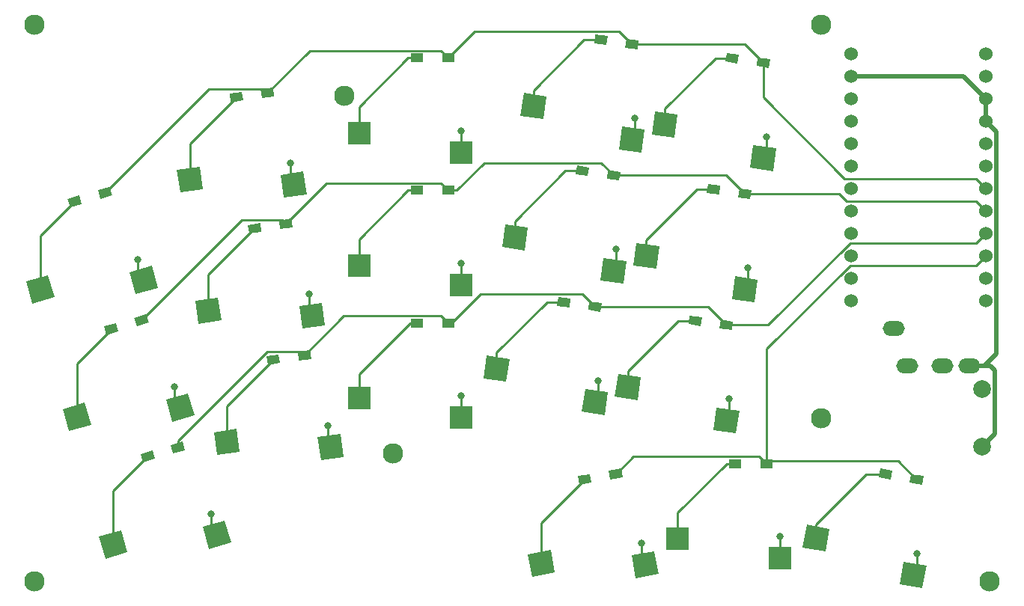
<source format=gbr>
G04 #@! TF.GenerationSoftware,KiCad,Pcbnew,(5.1.9)-1*
G04 #@! TF.CreationDate,2021-03-06T20:59:11-05:00*
G04 #@! TF.ProjectId,ya36,79613336-2e6b-4696-9361-645f70636258,rev?*
G04 #@! TF.SameCoordinates,Original*
G04 #@! TF.FileFunction,Copper,L2,Bot*
G04 #@! TF.FilePolarity,Positive*
%FSLAX46Y46*%
G04 Gerber Fmt 4.6, Leading zero omitted, Abs format (unit mm)*
G04 Created by KiCad (PCBNEW (5.1.9)-1) date 2021-03-06 20:59:11*
%MOMM*%
%LPD*%
G01*
G04 APERTURE LIST*
G04 #@! TA.AperFunction,SMDPad,CuDef*
%ADD10C,0.100000*%
G04 #@! TD*
G04 #@! TA.AperFunction,SMDPad,CuDef*
%ADD11R,2.600000X2.600000*%
G04 #@! TD*
G04 #@! TA.AperFunction,ComponentPad*
%ADD12C,0.800000*%
G04 #@! TD*
G04 #@! TA.AperFunction,SMDPad,CuDef*
%ADD13R,1.400000X1.000000*%
G04 #@! TD*
G04 #@! TA.AperFunction,ComponentPad*
%ADD14C,2.300000*%
G04 #@! TD*
G04 #@! TA.AperFunction,ComponentPad*
%ADD15C,1.524000*%
G04 #@! TD*
G04 #@! TA.AperFunction,ComponentPad*
%ADD16O,2.500000X1.700000*%
G04 #@! TD*
G04 #@! TA.AperFunction,ComponentPad*
%ADD17C,2.000000*%
G04 #@! TD*
G04 #@! TA.AperFunction,Conductor*
%ADD18C,0.250000*%
G04 #@! TD*
G04 #@! TA.AperFunction,Conductor*
%ADD19C,0.500000*%
G04 #@! TD*
G04 APERTURE END LIST*
G04 #@! TA.AperFunction,SMDPad,CuDef*
D10*
G36*
X102636929Y-83005502D02*
G01*
X102497756Y-83995770D01*
X101111381Y-83800928D01*
X101250554Y-82810660D01*
X102636929Y-83005502D01*
G37*
G04 #@! TD.AperFunction*
G04 #@! TA.AperFunction,SMDPad,CuDef*
G36*
X106152381Y-83499566D02*
G01*
X106013208Y-84489834D01*
X104626833Y-84294992D01*
X104766006Y-83304724D01*
X106152381Y-83499566D01*
G37*
G04 #@! TD.AperFunction*
D11*
X78725000Y-94250000D03*
X90275000Y-96450000D03*
D12*
X90275000Y-94000000D03*
G04 #@! TA.AperFunction,SMDPad,CuDef*
D10*
G36*
X119578547Y-70239077D02*
G01*
X119439374Y-71229345D01*
X118052999Y-71034503D01*
X118192172Y-70044235D01*
X119578547Y-70239077D01*
G37*
G04 #@! TD.AperFunction*
G04 #@! TA.AperFunction,SMDPad,CuDef*
G36*
X123093999Y-70733141D02*
G01*
X122954826Y-71723409D01*
X121568451Y-71528567D01*
X121707624Y-70538299D01*
X123093999Y-70733141D01*
G37*
G04 #@! TD.AperFunction*
D12*
X75144119Y-97364167D03*
G04 #@! TA.AperFunction,SMDPad,CuDef*
D10*
G36*
X74378670Y-101258598D02*
G01*
X74016819Y-98683901D01*
X76591516Y-98322050D01*
X76953367Y-100896747D01*
X74378670Y-101258598D01*
G37*
G04 #@! TD.AperFunction*
G04 #@! TA.AperFunction,SMDPad,CuDef*
G36*
X62634893Y-100687458D02*
G01*
X62273042Y-98112761D01*
X64847739Y-97750910D01*
X65209590Y-100325607D01*
X62634893Y-100687458D01*
G37*
G04 #@! TD.AperFunction*
D13*
X85225000Y-70750000D03*
X88775000Y-70750000D03*
D14*
X42000000Y-115000000D03*
D13*
X85225000Y-55750000D03*
X88775000Y-55750000D03*
D14*
X131000000Y-52000000D03*
G04 #@! TA.AperFunction,SMDPad,CuDef*
D10*
G36*
X55348446Y-100168610D02*
G01*
X55624083Y-101129872D01*
X54278316Y-101515764D01*
X54002679Y-100554502D01*
X55348446Y-100168610D01*
G37*
G04 #@! TD.AperFunction*
G04 #@! TA.AperFunction,SMDPad,CuDef*
G36*
X58760926Y-99190098D02*
G01*
X59036563Y-100151360D01*
X57690796Y-100537252D01*
X57415159Y-99575990D01*
X58760926Y-99190098D01*
G37*
G04 #@! TD.AperFunction*
G04 #@! TA.AperFunction,SMDPad,CuDef*
G36*
X139041404Y-102471816D02*
G01*
X138867755Y-103456624D01*
X137489024Y-103213516D01*
X137662673Y-102228708D01*
X139041404Y-102471816D01*
G37*
G04 #@! TD.AperFunction*
G04 #@! TA.AperFunction,SMDPad,CuDef*
G36*
X142537472Y-103088268D02*
G01*
X142363823Y-104073076D01*
X140985092Y-103829968D01*
X141158741Y-102845160D01*
X142537472Y-103088268D01*
G37*
G04 #@! TD.AperFunction*
G04 #@! TA.AperFunction,SMDPad,CuDef*
G36*
X104724526Y-68151482D02*
G01*
X104585353Y-69141750D01*
X103198978Y-68946908D01*
X103338151Y-67956640D01*
X104724526Y-68151482D01*
G37*
G04 #@! TD.AperFunction*
G04 #@! TA.AperFunction,SMDPad,CuDef*
G36*
X108239978Y-68645546D02*
G01*
X108100805Y-69635814D01*
X106714430Y-69440972D01*
X106853603Y-68450704D01*
X108239978Y-68645546D01*
G37*
G04 #@! TD.AperFunction*
G04 #@! TA.AperFunction,SMDPad,CuDef*
G36*
X67531090Y-74450702D02*
G01*
X67670263Y-75440970D01*
X66283888Y-75635812D01*
X66144715Y-74645544D01*
X67531090Y-74450702D01*
G37*
G04 #@! TD.AperFunction*
G04 #@! TA.AperFunction,SMDPad,CuDef*
G36*
X71046542Y-73956638D02*
G01*
X71185715Y-74946906D01*
X69799340Y-75141748D01*
X69660167Y-74151480D01*
X71046542Y-73956638D01*
G37*
G04 #@! TD.AperFunction*
D14*
X150000000Y-115000000D03*
D13*
X121225000Y-101662426D03*
X124775000Y-101662426D03*
D14*
X131000000Y-96500000D03*
G04 #@! TA.AperFunction,SMDPad,CuDef*
D10*
G36*
X69618687Y-89304724D02*
G01*
X69757860Y-90294992D01*
X68371485Y-90489834D01*
X68232312Y-89499566D01*
X69618687Y-89304724D01*
G37*
G04 #@! TD.AperFunction*
G04 #@! TA.AperFunction,SMDPad,CuDef*
G36*
X73134139Y-88810660D02*
G01*
X73273312Y-89800928D01*
X71886937Y-89995770D01*
X71747764Y-89005502D01*
X73134139Y-88810660D01*
G37*
G04 #@! TD.AperFunction*
G04 #@! TA.AperFunction,SMDPad,CuDef*
G36*
X104841259Y-102845160D02*
G01*
X105014908Y-103829968D01*
X103636177Y-104073076D01*
X103462528Y-103088268D01*
X104841259Y-102845160D01*
G37*
G04 #@! TD.AperFunction*
G04 #@! TA.AperFunction,SMDPad,CuDef*
G36*
X108337327Y-102228708D02*
G01*
X108510976Y-103213516D01*
X107132245Y-103456624D01*
X106958596Y-102471816D01*
X108337327Y-102228708D01*
G37*
G04 #@! TD.AperFunction*
D13*
X85225000Y-85750000D03*
X88775000Y-85750000D03*
G04 #@! TA.AperFunction,SMDPad,CuDef*
D10*
G36*
X117490950Y-85093098D02*
G01*
X117351777Y-86083366D01*
X115965402Y-85888524D01*
X116104575Y-84898256D01*
X117490950Y-85093098D01*
G37*
G04 #@! TD.AperFunction*
G04 #@! TA.AperFunction,SMDPad,CuDef*
G36*
X121006402Y-85587162D02*
G01*
X120867229Y-86577430D01*
X119480854Y-86382588D01*
X119620027Y-85392320D01*
X121006402Y-85587162D01*
G37*
G04 #@! TD.AperFunction*
G04 #@! TA.AperFunction,SMDPad,CuDef*
G36*
X121666143Y-55385057D02*
G01*
X121526970Y-56375325D01*
X120140595Y-56180483D01*
X120279768Y-55190215D01*
X121666143Y-55385057D01*
G37*
G04 #@! TD.AperFunction*
G04 #@! TA.AperFunction,SMDPad,CuDef*
G36*
X125181595Y-55879121D02*
G01*
X125042422Y-56869389D01*
X123656047Y-56674547D01*
X123795220Y-55684279D01*
X125181595Y-55879121D01*
G37*
G04 #@! TD.AperFunction*
G04 #@! TA.AperFunction,SMDPad,CuDef*
G36*
X47079325Y-71330759D02*
G01*
X47354962Y-72292021D01*
X46009195Y-72677913D01*
X45733558Y-71716651D01*
X47079325Y-71330759D01*
G37*
G04 #@! TD.AperFunction*
G04 #@! TA.AperFunction,SMDPad,CuDef*
G36*
X50491805Y-70352247D02*
G01*
X50767442Y-71313509D01*
X49421675Y-71699401D01*
X49146038Y-70738139D01*
X50491805Y-70352247D01*
G37*
G04 #@! TD.AperFunction*
D14*
X42000000Y-52000000D03*
G04 #@! TA.AperFunction,SMDPad,CuDef*
D10*
G36*
X51213886Y-85749684D02*
G01*
X51489523Y-86710946D01*
X50143756Y-87096838D01*
X49868119Y-86135576D01*
X51213886Y-85749684D01*
G37*
G04 #@! TD.AperFunction*
G04 #@! TA.AperFunction,SMDPad,CuDef*
G36*
X54626366Y-84771172D02*
G01*
X54902003Y-85732434D01*
X53556236Y-86118326D01*
X53280599Y-85157064D01*
X54626366Y-84771172D01*
G37*
G04 #@! TD.AperFunction*
G04 #@! TA.AperFunction,SMDPad,CuDef*
G36*
X65443494Y-59596682D02*
G01*
X65582667Y-60586950D01*
X64196292Y-60781792D01*
X64057119Y-59791524D01*
X65443494Y-59596682D01*
G37*
G04 #@! TD.AperFunction*
G04 #@! TA.AperFunction,SMDPad,CuDef*
G36*
X68958946Y-59102618D02*
G01*
X69098119Y-60092886D01*
X67711744Y-60287728D01*
X67572571Y-59297460D01*
X68958946Y-59102618D01*
G37*
G04 #@! TD.AperFunction*
G04 #@! TA.AperFunction,SMDPad,CuDef*
G36*
X92786168Y-92022292D02*
G01*
X93148019Y-89447595D01*
X95722716Y-89809446D01*
X95360865Y-92384143D01*
X92786168Y-92022292D01*
G37*
G04 #@! TD.AperFunction*
G04 #@! TA.AperFunction,SMDPad,CuDef*
G36*
X103917583Y-95808331D02*
G01*
X104279434Y-93233634D01*
X106854131Y-93595485D01*
X106492280Y-96170182D01*
X103917583Y-95808331D01*
G37*
G04 #@! TD.AperFunction*
D12*
X105726831Y-92275751D03*
D14*
X82500000Y-100500000D03*
G04 #@! TA.AperFunction,SMDPad,CuDef*
D10*
G36*
X45882227Y-97993598D02*
G01*
X45165570Y-95494317D01*
X47664851Y-94777660D01*
X48381508Y-97276941D01*
X45882227Y-97993598D01*
G37*
G04 #@! TD.AperFunction*
G04 #@! TA.AperFunction,SMDPad,CuDef*
G36*
X57591201Y-96924763D02*
G01*
X56874544Y-94425482D01*
X59373825Y-93708825D01*
X60090482Y-96208106D01*
X57591201Y-96924763D01*
G37*
G04 #@! TD.AperFunction*
D12*
X57807202Y-92961703D03*
G04 #@! TA.AperFunction,SMDPad,CuDef*
D10*
G36*
X41747666Y-83574673D02*
G01*
X41031009Y-81075392D01*
X43530290Y-80358735D01*
X44246947Y-82858016D01*
X41747666Y-83574673D01*
G37*
G04 #@! TD.AperFunction*
G04 #@! TA.AperFunction,SMDPad,CuDef*
G36*
X53456640Y-82505838D02*
G01*
X52739983Y-80006557D01*
X55239264Y-79289900D01*
X55955921Y-81789181D01*
X53456640Y-82505838D01*
G37*
G04 #@! TD.AperFunction*
D12*
X53672641Y-78542778D03*
G04 #@! TA.AperFunction,SMDPad,CuDef*
D10*
G36*
X58459700Y-70979416D02*
G01*
X58097849Y-68404719D01*
X60672546Y-68042868D01*
X61034397Y-70617565D01*
X58459700Y-70979416D01*
G37*
G04 #@! TD.AperFunction*
G04 #@! TA.AperFunction,SMDPad,CuDef*
G36*
X70203477Y-71550556D02*
G01*
X69841626Y-68975859D01*
X72416323Y-68614008D01*
X72778174Y-71188705D01*
X70203477Y-71550556D01*
G37*
G04 #@! TD.AperFunction*
D12*
X70968926Y-67656125D03*
G04 #@! TA.AperFunction,SMDPad,CuDef*
D10*
G36*
X60547296Y-85833436D02*
G01*
X60185445Y-83258739D01*
X62760142Y-82896888D01*
X63121993Y-85471585D01*
X60547296Y-85833436D01*
G37*
G04 #@! TD.AperFunction*
G04 #@! TA.AperFunction,SMDPad,CuDef*
G36*
X72291073Y-86404576D02*
G01*
X71929222Y-83829879D01*
X74503919Y-83468028D01*
X74865770Y-86042725D01*
X72291073Y-86404576D01*
G37*
G04 #@! TD.AperFunction*
D12*
X73056522Y-82510145D03*
G04 #@! TA.AperFunction,SMDPad,CuDef*
D10*
G36*
X96961361Y-62314250D02*
G01*
X97323212Y-59739553D01*
X99897909Y-60101404D01*
X99536058Y-62676101D01*
X96961361Y-62314250D01*
G37*
G04 #@! TD.AperFunction*
G04 #@! TA.AperFunction,SMDPad,CuDef*
G36*
X108092776Y-66100289D02*
G01*
X108454627Y-63525592D01*
X111029324Y-63887443D01*
X110667473Y-66462140D01*
X108092776Y-66100289D01*
G37*
G04 #@! TD.AperFunction*
D12*
X109902024Y-62567709D03*
G04 #@! TA.AperFunction,SMDPad,CuDef*
D10*
G36*
X106812122Y-53297460D02*
G01*
X106672949Y-54287728D01*
X105286574Y-54092886D01*
X105425747Y-53102618D01*
X106812122Y-53297460D01*
G37*
G04 #@! TD.AperFunction*
G04 #@! TA.AperFunction,SMDPad,CuDef*
G36*
X110327574Y-53791524D02*
G01*
X110188401Y-54781792D01*
X108802026Y-54586950D01*
X108941199Y-53596682D01*
X110327574Y-53791524D01*
G37*
G04 #@! TD.AperFunction*
D15*
X134391400Y-55272000D03*
X134391400Y-57812000D03*
X134391400Y-60352000D03*
X134391400Y-62892000D03*
X134391400Y-65432000D03*
X134391400Y-67972000D03*
X134391400Y-70512000D03*
X134391400Y-73052000D03*
X134391400Y-75592000D03*
X134391400Y-78132000D03*
X134391400Y-80672000D03*
X134391400Y-83212000D03*
X149611400Y-83212000D03*
X149611400Y-80672000D03*
X149611400Y-78132000D03*
X149611400Y-75592000D03*
X149611400Y-73052000D03*
X149611400Y-70512000D03*
X149611400Y-67972000D03*
X149611400Y-65432000D03*
X149611400Y-62892000D03*
X149611400Y-60352000D03*
X149611400Y-57812000D03*
X149611400Y-55272000D03*
D11*
X78725000Y-79250000D03*
X90275000Y-81450000D03*
D12*
X90275000Y-79000000D03*
D14*
X77000000Y-60000000D03*
D16*
X139200000Y-86400000D03*
X140700000Y-90600000D03*
X144700000Y-90600000D03*
X147700000Y-90600000D03*
D17*
X149150000Y-93250000D03*
X149150000Y-99750000D03*
G04 #@! TA.AperFunction,SMDPad,CuDef*
D10*
G36*
X94873765Y-77168272D02*
G01*
X95235616Y-74593575D01*
X97810313Y-74955426D01*
X97448462Y-77530123D01*
X94873765Y-77168272D01*
G37*
G04 #@! TD.AperFunction*
G04 #@! TA.AperFunction,SMDPad,CuDef*
G36*
X106005180Y-80954311D02*
G01*
X106367031Y-78379614D01*
X108941728Y-78741465D01*
X108579877Y-81316162D01*
X106005180Y-80954311D01*
G37*
G04 #@! TD.AperFunction*
D12*
X107814428Y-77421731D03*
G04 #@! TA.AperFunction,SMDPad,CuDef*
D10*
G36*
X111815382Y-64401847D02*
G01*
X112177233Y-61827150D01*
X114751930Y-62189001D01*
X114390079Y-64763698D01*
X111815382Y-64401847D01*
G37*
G04 #@! TD.AperFunction*
G04 #@! TA.AperFunction,SMDPad,CuDef*
G36*
X122946797Y-68187886D02*
G01*
X123308648Y-65613189D01*
X125883345Y-65975040D01*
X125521494Y-68549737D01*
X122946797Y-68187886D01*
G37*
G04 #@! TD.AperFunction*
D12*
X124756045Y-64655306D03*
G04 #@! TA.AperFunction,SMDPad,CuDef*
D10*
G36*
X109727786Y-79255867D02*
G01*
X110089637Y-76681170D01*
X112664334Y-77043021D01*
X112302483Y-79617718D01*
X109727786Y-79255867D01*
G37*
G04 #@! TD.AperFunction*
G04 #@! TA.AperFunction,SMDPad,CuDef*
G36*
X120859201Y-83041906D02*
G01*
X121221052Y-80467209D01*
X123795749Y-80829060D01*
X123433898Y-83403757D01*
X120859201Y-83041906D01*
G37*
G04 #@! TD.AperFunction*
D12*
X122668449Y-79509326D03*
D11*
X78725000Y-64250000D03*
X90275000Y-66450000D03*
D12*
X90275000Y-64000000D03*
G04 #@! TA.AperFunction,SMDPad,CuDef*
D10*
G36*
X50016787Y-112412524D02*
G01*
X49300130Y-109913243D01*
X51799411Y-109196586D01*
X52516068Y-111695867D01*
X50016787Y-112412524D01*
G37*
G04 #@! TD.AperFunction*
G04 #@! TA.AperFunction,SMDPad,CuDef*
G36*
X61725761Y-111343689D02*
G01*
X61009104Y-108844408D01*
X63508385Y-108127751D01*
X64225042Y-110627032D01*
X61725761Y-111343689D01*
G37*
G04 #@! TD.AperFunction*
D12*
X61941762Y-107380629D03*
G04 #@! TA.AperFunction,SMDPad,CuDef*
D10*
G36*
X98258971Y-114464690D02*
G01*
X97807485Y-111904190D01*
X100367985Y-111452704D01*
X100819471Y-114013204D01*
X98258971Y-114464690D01*
G37*
G04 #@! TD.AperFunction*
G04 #@! TA.AperFunction,SMDPad,CuDef*
G36*
X110015526Y-114625630D02*
G01*
X109564040Y-112065130D01*
X112124540Y-111613644D01*
X112576026Y-114174144D01*
X110015526Y-114625630D01*
G37*
G04 #@! TD.AperFunction*
D12*
X110644595Y-110706858D03*
G04 #@! TA.AperFunction,SMDPad,CuDef*
D10*
G36*
X107640189Y-94109888D02*
G01*
X108002040Y-91535191D01*
X110576737Y-91897042D01*
X110214886Y-94471739D01*
X107640189Y-94109888D01*
G37*
G04 #@! TD.AperFunction*
G04 #@! TA.AperFunction,SMDPad,CuDef*
G36*
X118771604Y-97895927D02*
G01*
X119133455Y-95321230D01*
X121708152Y-95683081D01*
X121346301Y-98257778D01*
X118771604Y-97895927D01*
G37*
G04 #@! TD.AperFunction*
D12*
X120580852Y-94363347D03*
D11*
X114725000Y-110162426D03*
X126275000Y-112362426D03*
D12*
X126275000Y-109912426D03*
G04 #@! TA.AperFunction,SMDPad,CuDef*
D10*
G36*
X128881962Y-111139326D02*
G01*
X129333448Y-108578826D01*
X131893948Y-109030312D01*
X131442462Y-111590812D01*
X128881962Y-111139326D01*
G37*
G04 #@! TD.AperFunction*
G04 #@! TA.AperFunction,SMDPad,CuDef*
G36*
X139874466Y-115311540D02*
G01*
X140325952Y-112751040D01*
X142886452Y-113202526D01*
X142434966Y-115763026D01*
X139874466Y-115311540D01*
G37*
G04 #@! TD.AperFunction*
D12*
X141805897Y-111844254D03*
D18*
X68335345Y-59695173D02*
X73105519Y-54924999D01*
X49956740Y-71025824D02*
X61710892Y-59271672D01*
X61710892Y-59271672D02*
X67911844Y-59271672D01*
X91747392Y-52777608D02*
X108153171Y-52777608D01*
X67911844Y-59271672D02*
X68335345Y-59695173D01*
X124418821Y-56276834D02*
X124418821Y-60211686D01*
X122331224Y-54189237D02*
X124418821Y-56276834D01*
X87949999Y-54924999D02*
X88775000Y-55750000D01*
X124418821Y-60211686D02*
X133632134Y-69424999D01*
X109564800Y-54189237D02*
X122331224Y-54189237D01*
X73105519Y-54924999D02*
X87949999Y-54924999D01*
X148524399Y-69424999D02*
X149611400Y-70512000D01*
X108153171Y-52777608D02*
X109564800Y-54189237D01*
X88775000Y-55750000D02*
X91747392Y-52777608D01*
X133632134Y-69424999D02*
X148524399Y-69424999D01*
X46544260Y-72004336D02*
X42638978Y-75909618D01*
X42638978Y-75909618D02*
X42638978Y-81966704D01*
X59566123Y-65443007D02*
X64819893Y-60189237D01*
X59566123Y-69511142D02*
X59566123Y-65443007D01*
X78725000Y-64250000D02*
X78725000Y-61300000D01*
X84275000Y-55750000D02*
X85225000Y-55750000D01*
X78725000Y-61300000D02*
X84275000Y-55750000D01*
X98429635Y-61207827D02*
X98429635Y-59410086D01*
X98429635Y-59410086D02*
X104144548Y-53695173D01*
X104144548Y-53695173D02*
X106049348Y-53695173D01*
X118998569Y-55782770D02*
X120903369Y-55782770D01*
X113283656Y-61497683D02*
X118998569Y-55782770D01*
X113283656Y-63295424D02*
X113283656Y-61497683D01*
X46773539Y-90328543D02*
X46773539Y-96385629D01*
X50678821Y-86423261D02*
X46773539Y-90328543D01*
X69999440Y-74125692D02*
X70422941Y-74549193D01*
X107477204Y-69043259D02*
X120243630Y-69043259D01*
X54091301Y-85444749D02*
X65410358Y-74125692D01*
X75047135Y-69924999D02*
X87949999Y-69924999D01*
X120243630Y-69043259D02*
X122331225Y-71130854D01*
X70422941Y-74549193D02*
X75047135Y-69924999D01*
X106065575Y-67631630D02*
X107477204Y-69043259D01*
X89725000Y-70750000D02*
X92843370Y-67631630D01*
X133035494Y-71130854D02*
X133869639Y-71964999D01*
X92843370Y-67631630D02*
X106065575Y-67631630D01*
X133869639Y-71964999D02*
X148524399Y-71964999D01*
X122331225Y-71130854D02*
X133035494Y-71130854D01*
X87949999Y-69924999D02*
X88775000Y-70750000D01*
X148524399Y-71964999D02*
X149611400Y-73052000D01*
X88775000Y-70750000D02*
X89725000Y-70750000D01*
X65410358Y-74125692D02*
X69999440Y-74125692D01*
X61653719Y-84365162D02*
X61653719Y-80297027D01*
X61653719Y-80297027D02*
X66907489Y-75043257D01*
X78725000Y-79250000D02*
X78725000Y-76300000D01*
X78725000Y-76300000D02*
X84275000Y-70750000D01*
X84275000Y-70750000D02*
X85225000Y-70750000D01*
X96342039Y-76061849D02*
X96342039Y-74264108D01*
X102056952Y-68549195D02*
X103961752Y-68549195D01*
X96342039Y-74264108D02*
X102056952Y-68549195D01*
X111196060Y-78149444D02*
X111196060Y-76351703D01*
X116910973Y-70636790D02*
X118815773Y-70636790D01*
X111196060Y-76351703D02*
X116910973Y-70636790D01*
X54813381Y-100842187D02*
X50908099Y-104747469D01*
X50908099Y-104747469D02*
X50908099Y-110804555D01*
X118156032Y-83897279D02*
X120243628Y-85984875D01*
X148524399Y-76679001D02*
X149611400Y-75592000D01*
X58225861Y-99046381D02*
X68311723Y-88960519D01*
X76988754Y-84924999D02*
X87949999Y-84924999D01*
X72067842Y-88960519D02*
X72510538Y-89403215D01*
X124929763Y-85984875D02*
X134235637Y-76679001D01*
X72510538Y-89403215D02*
X76988754Y-84924999D01*
X105389607Y-83897279D02*
X118156032Y-83897279D01*
X120243628Y-85984875D02*
X124929763Y-85984875D01*
X89160002Y-85750000D02*
X88775000Y-85750000D01*
X103977978Y-82485650D02*
X92424352Y-82485650D01*
X92424352Y-82485650D02*
X89160002Y-85750000D01*
X68311723Y-88960519D02*
X72067842Y-88960519D01*
X58225861Y-99863675D02*
X58225861Y-99046381D01*
X87949999Y-84924999D02*
X88775000Y-85750000D01*
X105389607Y-83897279D02*
X103977978Y-82485650D01*
X134235637Y-76679001D02*
X148524399Y-76679001D01*
X63741316Y-99219184D02*
X63741316Y-95151049D01*
X63741316Y-95151049D02*
X68995086Y-89897279D01*
X78725000Y-91534666D02*
X84509666Y-85750000D01*
X84509666Y-85750000D02*
X85225000Y-85750000D01*
X78725000Y-94250000D02*
X78725000Y-91534666D01*
X94254442Y-89118128D02*
X99969355Y-83403215D01*
X99969355Y-83403215D02*
X101874155Y-83403215D01*
X94254442Y-90915869D02*
X94254442Y-89118128D01*
X109108463Y-91205724D02*
X114823376Y-85490811D01*
X109108463Y-93003465D02*
X109108463Y-91205724D01*
X114823376Y-85490811D02*
X116728176Y-85490811D01*
X124775000Y-101662426D02*
X124775000Y-88679638D01*
X139694289Y-101392125D02*
X141761282Y-103459118D01*
X123949999Y-100837425D02*
X124775000Y-101662426D01*
X134235637Y-79219001D02*
X148524399Y-79219001D01*
X107734786Y-102842666D02*
X109740027Y-100837425D01*
X125045301Y-101392125D02*
X139694289Y-101392125D01*
X124775000Y-88679638D02*
X134235637Y-79219001D01*
X148524399Y-79219001D02*
X149611400Y-78132000D01*
X124775000Y-101662426D02*
X125045301Y-101392125D01*
X109740027Y-100837425D02*
X123949999Y-100837425D01*
X99313478Y-108384358D02*
X104238718Y-103459118D01*
X99313478Y-112958697D02*
X99313478Y-108384358D01*
X114725000Y-107212426D02*
X120275000Y-101662426D01*
X120275000Y-101662426D02*
X121225000Y-101662426D01*
X114725000Y-110162426D02*
X114725000Y-107212426D01*
X130387955Y-108517352D02*
X136062641Y-102842666D01*
X130387955Y-110084819D02*
X130387955Y-108517352D01*
X136062641Y-102842666D02*
X138265214Y-102842666D01*
D19*
X150600001Y-91100001D02*
X150600001Y-98299999D01*
X150823401Y-89226599D02*
X149450000Y-90600000D01*
X150100000Y-90600000D02*
X150600001Y-91100001D01*
X149611400Y-60352000D02*
X149611400Y-62892000D01*
X149611400Y-62892000D02*
X150823401Y-64104001D01*
X147071400Y-57812000D02*
X149611400Y-60352000D01*
X149450000Y-90600000D02*
X150100000Y-90600000D01*
X134391400Y-57812000D02*
X147071400Y-57812000D01*
X150600001Y-98299999D02*
X149150000Y-99750000D01*
D18*
X148769002Y-90600000D02*
X147700000Y-90600000D01*
D19*
X149450000Y-90600000D02*
X147700000Y-90600000D01*
X150823401Y-64104001D02*
X150823401Y-89226599D01*
D18*
X57807202Y-94641483D02*
X58482513Y-95316794D01*
X57807202Y-92961703D02*
X57807202Y-94641483D01*
X53672641Y-78542778D02*
X53672641Y-80222558D01*
X61941762Y-107380629D02*
X61941762Y-109060409D01*
X53672641Y-80222558D02*
X54347952Y-80897869D01*
X61941762Y-109060409D02*
X62617073Y-109735720D01*
X73056522Y-82510145D02*
X73056522Y-84595328D01*
X75144119Y-99449350D02*
X75485093Y-99790324D01*
X70968926Y-67656125D02*
X70968926Y-69741308D01*
X75144119Y-97364167D02*
X75144119Y-99449350D01*
X73056522Y-84595328D02*
X73397496Y-84936302D01*
X70968926Y-69741308D02*
X71309900Y-70082282D01*
X110644595Y-110706858D02*
X110644595Y-112694199D01*
X90275000Y-94000000D02*
X90275000Y-96450000D01*
X110644595Y-112694199D02*
X111070033Y-113119637D01*
X90275000Y-64000000D02*
X90275000Y-66450000D01*
X90275000Y-79000000D02*
X90275000Y-81450000D01*
X109902024Y-64652892D02*
X109561050Y-64993866D01*
X107814428Y-77421731D02*
X107814428Y-79506914D01*
X105726831Y-94360934D02*
X105385857Y-94701908D01*
X105726831Y-92275751D02*
X105726831Y-94360934D01*
X126275000Y-109912426D02*
X126275000Y-112362426D01*
X109902024Y-62567709D02*
X109902024Y-64652892D01*
X107814428Y-79506914D02*
X107473454Y-79847888D01*
X120580852Y-94363347D02*
X120580852Y-96448530D01*
X124756045Y-64655306D02*
X124756045Y-66740489D01*
X124756045Y-66740489D02*
X124415071Y-67081463D01*
X122668449Y-81594509D02*
X122327475Y-81935483D01*
X122668449Y-79509326D02*
X122668449Y-81594509D01*
X120580852Y-96448530D02*
X120239878Y-96789504D01*
X141805897Y-111844254D02*
X141805897Y-113831595D01*
X141805897Y-113831595D02*
X141380459Y-114257033D01*
M02*

</source>
